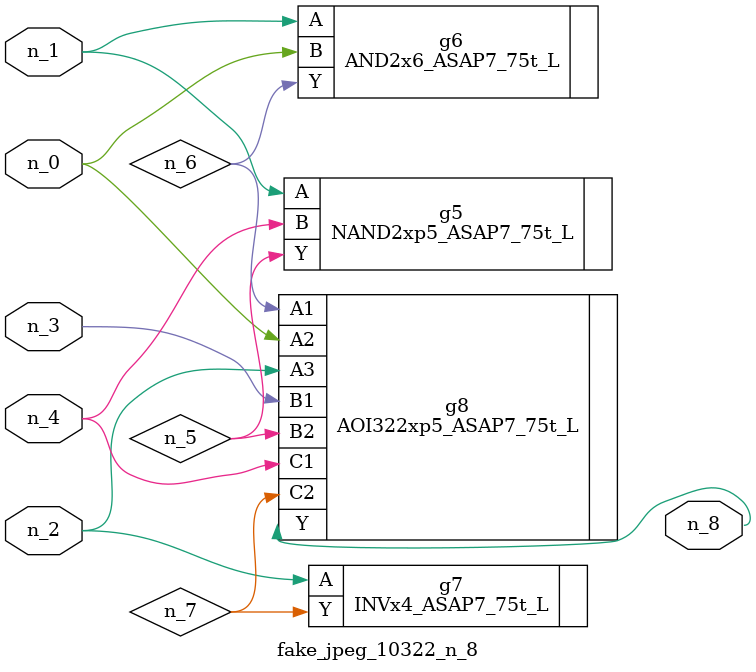
<source format=v>
module fake_jpeg_10322_n_8 (n_3, n_2, n_1, n_0, n_4, n_8);

input n_3;
input n_2;
input n_1;
input n_0;
input n_4;

output n_8;

wire n_6;
wire n_5;
wire n_7;

NAND2xp5_ASAP7_75t_L g5 ( 
.A(n_1),
.B(n_4),
.Y(n_5)
);

AND2x6_ASAP7_75t_L g6 ( 
.A(n_1),
.B(n_0),
.Y(n_6)
);

INVx4_ASAP7_75t_L g7 ( 
.A(n_2),
.Y(n_7)
);

AOI322xp5_ASAP7_75t_L g8 ( 
.A1(n_6),
.A2(n_0),
.A3(n_2),
.B1(n_3),
.B2(n_5),
.C1(n_4),
.C2(n_7),
.Y(n_8)
);


endmodule
</source>
